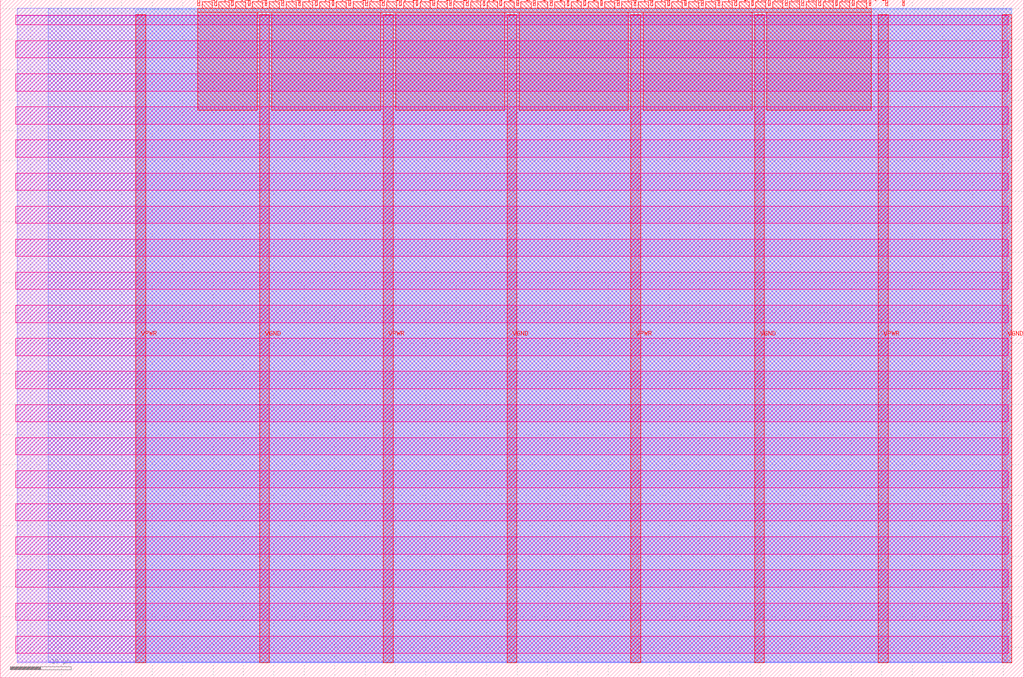
<source format=lef>
VERSION 5.7 ;
  NOWIREEXTENSIONATPIN ON ;
  DIVIDERCHAR "/" ;
  BUSBITCHARS "[]" ;
MACRO tt_um_Fiona_CMU_dup
  CLASS BLOCK ;
  FOREIGN tt_um_Fiona_CMU_dup ;
  ORIGIN 0.000 0.000 ;
  SIZE 168.360 BY 111.520 ;
  PIN VGND
    DIRECTION INOUT ;
    USE GROUND ;
    PORT
      LAYER met4 ;
        RECT 42.670 2.480 44.270 109.040 ;
    END
    PORT
      LAYER met4 ;
        RECT 83.380 2.480 84.980 109.040 ;
    END
    PORT
      LAYER met4 ;
        RECT 124.090 2.480 125.690 109.040 ;
    END
    PORT
      LAYER met4 ;
        RECT 164.800 2.480 166.400 109.040 ;
    END
  END VGND
  PIN VPWR
    DIRECTION INOUT ;
    USE POWER ;
    PORT
      LAYER met4 ;
        RECT 22.315 2.480 23.915 109.040 ;
    END
    PORT
      LAYER met4 ;
        RECT 63.025 2.480 64.625 109.040 ;
    END
    PORT
      LAYER met4 ;
        RECT 103.735 2.480 105.335 109.040 ;
    END
    PORT
      LAYER met4 ;
        RECT 144.445 2.480 146.045 109.040 ;
    END
  END VPWR
  PIN clk
    DIRECTION INPUT ;
    USE SIGNAL ;
    PORT
      LAYER met4 ;
        RECT 145.670 110.520 145.970 111.520 ;
    END
  END clk
  PIN ena
    DIRECTION INPUT ;
    USE SIGNAL ;
    PORT
      LAYER met4 ;
        RECT 148.430 110.520 148.730 111.520 ;
    END
  END ena
  PIN rst_n
    DIRECTION INPUT ;
    USE SIGNAL ;
    ANTENNAGATEAREA 0.196500 ;
    PORT
      LAYER met4 ;
        RECT 142.910 110.520 143.210 111.520 ;
    END
  END rst_n
  PIN ui_in[0]
    DIRECTION INPUT ;
    USE SIGNAL ;
    ANTENNAGATEAREA 0.196500 ;
    PORT
      LAYER met4 ;
        RECT 140.150 110.520 140.450 111.520 ;
    END
  END ui_in[0]
  PIN ui_in[1]
    DIRECTION INPUT ;
    USE SIGNAL ;
    ANTENNAGATEAREA 0.126000 ;
    PORT
      LAYER met4 ;
        RECT 137.390 110.520 137.690 111.520 ;
    END
  END ui_in[1]
  PIN ui_in[2]
    DIRECTION INPUT ;
    USE SIGNAL ;
    ANTENNAGATEAREA 0.213000 ;
    PORT
      LAYER met4 ;
        RECT 134.630 110.520 134.930 111.520 ;
    END
  END ui_in[2]
  PIN ui_in[3]
    DIRECTION INPUT ;
    USE SIGNAL ;
    ANTENNAGATEAREA 0.196500 ;
    PORT
      LAYER met4 ;
        RECT 131.870 110.520 132.170 111.520 ;
    END
  END ui_in[3]
  PIN ui_in[4]
    DIRECTION INPUT ;
    USE SIGNAL ;
    ANTENNAGATEAREA 0.196500 ;
    PORT
      LAYER met4 ;
        RECT 129.110 110.520 129.410 111.520 ;
    END
  END ui_in[4]
  PIN ui_in[5]
    DIRECTION INPUT ;
    USE SIGNAL ;
    ANTENNAGATEAREA 0.196500 ;
    PORT
      LAYER met4 ;
        RECT 126.350 110.520 126.650 111.520 ;
    END
  END ui_in[5]
  PIN ui_in[6]
    DIRECTION INPUT ;
    USE SIGNAL ;
    ANTENNAGATEAREA 0.196500 ;
    PORT
      LAYER met4 ;
        RECT 123.590 110.520 123.890 111.520 ;
    END
  END ui_in[6]
  PIN ui_in[7]
    DIRECTION INPUT ;
    USE SIGNAL ;
    ANTENNAGATEAREA 0.196500 ;
    PORT
      LAYER met4 ;
        RECT 120.830 110.520 121.130 111.520 ;
    END
  END ui_in[7]
  PIN uio_in[0]
    DIRECTION INPUT ;
    USE SIGNAL ;
    ANTENNAGATEAREA 0.196500 ;
    PORT
      LAYER met4 ;
        RECT 118.070 110.520 118.370 111.520 ;
    END
  END uio_in[0]
  PIN uio_in[1]
    DIRECTION INPUT ;
    USE SIGNAL ;
    ANTENNAGATEAREA 0.196500 ;
    PORT
      LAYER met4 ;
        RECT 115.310 110.520 115.610 111.520 ;
    END
  END uio_in[1]
  PIN uio_in[2]
    DIRECTION INPUT ;
    USE SIGNAL ;
    ANTENNAGATEAREA 0.159000 ;
    PORT
      LAYER met4 ;
        RECT 112.550 110.520 112.850 111.520 ;
    END
  END uio_in[2]
  PIN uio_in[3]
    DIRECTION INPUT ;
    USE SIGNAL ;
    PORT
      LAYER met4 ;
        RECT 109.790 110.520 110.090 111.520 ;
    END
  END uio_in[3]
  PIN uio_in[4]
    DIRECTION INPUT ;
    USE SIGNAL ;
    PORT
      LAYER met4 ;
        RECT 107.030 110.520 107.330 111.520 ;
    END
  END uio_in[4]
  PIN uio_in[5]
    DIRECTION INPUT ;
    USE SIGNAL ;
    PORT
      LAYER met4 ;
        RECT 104.270 110.520 104.570 111.520 ;
    END
  END uio_in[5]
  PIN uio_in[6]
    DIRECTION INPUT ;
    USE SIGNAL ;
    PORT
      LAYER met4 ;
        RECT 101.510 110.520 101.810 111.520 ;
    END
  END uio_in[6]
  PIN uio_in[7]
    DIRECTION INPUT ;
    USE SIGNAL ;
    PORT
      LAYER met4 ;
        RECT 98.750 110.520 99.050 111.520 ;
    END
  END uio_in[7]
  PIN uio_oe[0]
    DIRECTION OUTPUT TRISTATE ;
    USE SIGNAL ;
    PORT
      LAYER met4 ;
        RECT 51.830 110.520 52.130 111.520 ;
    END
  END uio_oe[0]
  PIN uio_oe[1]
    DIRECTION OUTPUT TRISTATE ;
    USE SIGNAL ;
    PORT
      LAYER met4 ;
        RECT 49.070 110.520 49.370 111.520 ;
    END
  END uio_oe[1]
  PIN uio_oe[2]
    DIRECTION OUTPUT TRISTATE ;
    USE SIGNAL ;
    PORT
      LAYER met4 ;
        RECT 46.310 110.520 46.610 111.520 ;
    END
  END uio_oe[2]
  PIN uio_oe[3]
    DIRECTION OUTPUT TRISTATE ;
    USE SIGNAL ;
    PORT
      LAYER met4 ;
        RECT 43.550 110.520 43.850 111.520 ;
    END
  END uio_oe[3]
  PIN uio_oe[4]
    DIRECTION OUTPUT TRISTATE ;
    USE SIGNAL ;
    PORT
      LAYER met4 ;
        RECT 40.790 110.520 41.090 111.520 ;
    END
  END uio_oe[4]
  PIN uio_oe[5]
    DIRECTION OUTPUT TRISTATE ;
    USE SIGNAL ;
    PORT
      LAYER met4 ;
        RECT 38.030 110.520 38.330 111.520 ;
    END
  END uio_oe[5]
  PIN uio_oe[6]
    DIRECTION OUTPUT TRISTATE ;
    USE SIGNAL ;
    PORT
      LAYER met4 ;
        RECT 35.270 110.520 35.570 111.520 ;
    END
  END uio_oe[6]
  PIN uio_oe[7]
    DIRECTION OUTPUT TRISTATE ;
    USE SIGNAL ;
    PORT
      LAYER met4 ;
        RECT 32.510 110.520 32.810 111.520 ;
    END
  END uio_oe[7]
  PIN uio_out[0]
    DIRECTION OUTPUT TRISTATE ;
    USE SIGNAL ;
    PORT
      LAYER met4 ;
        RECT 73.910 110.520 74.210 111.520 ;
    END
  END uio_out[0]
  PIN uio_out[1]
    DIRECTION OUTPUT TRISTATE ;
    USE SIGNAL ;
    PORT
      LAYER met4 ;
        RECT 71.150 110.520 71.450 111.520 ;
    END
  END uio_out[1]
  PIN uio_out[2]
    DIRECTION OUTPUT TRISTATE ;
    USE SIGNAL ;
    PORT
      LAYER met4 ;
        RECT 68.390 110.520 68.690 111.520 ;
    END
  END uio_out[2]
  PIN uio_out[3]
    DIRECTION OUTPUT TRISTATE ;
    USE SIGNAL ;
    PORT
      LAYER met4 ;
        RECT 65.630 110.520 65.930 111.520 ;
    END
  END uio_out[3]
  PIN uio_out[4]
    DIRECTION OUTPUT TRISTATE ;
    USE SIGNAL ;
    PORT
      LAYER met4 ;
        RECT 62.870 110.520 63.170 111.520 ;
    END
  END uio_out[4]
  PIN uio_out[5]
    DIRECTION OUTPUT TRISTATE ;
    USE SIGNAL ;
    PORT
      LAYER met4 ;
        RECT 60.110 110.520 60.410 111.520 ;
    END
  END uio_out[5]
  PIN uio_out[6]
    DIRECTION OUTPUT TRISTATE ;
    USE SIGNAL ;
    PORT
      LAYER met4 ;
        RECT 57.350 110.520 57.650 111.520 ;
    END
  END uio_out[6]
  PIN uio_out[7]
    DIRECTION OUTPUT TRISTATE ;
    USE SIGNAL ;
    PORT
      LAYER met4 ;
        RECT 54.590 110.520 54.890 111.520 ;
    END
  END uio_out[7]
  PIN uo_out[0]
    DIRECTION OUTPUT TRISTATE ;
    USE SIGNAL ;
    ANTENNADIFFAREA 0.795200 ;
    PORT
      LAYER met4 ;
        RECT 95.990 110.520 96.290 111.520 ;
    END
  END uo_out[0]
  PIN uo_out[1]
    DIRECTION OUTPUT TRISTATE ;
    USE SIGNAL ;
    ANTENNADIFFAREA 1.288000 ;
    PORT
      LAYER met4 ;
        RECT 93.230 110.520 93.530 111.520 ;
    END
  END uo_out[1]
  PIN uo_out[2]
    DIRECTION OUTPUT TRISTATE ;
    USE SIGNAL ;
    ANTENNADIFFAREA 1.288000 ;
    PORT
      LAYER met4 ;
        RECT 90.470 110.520 90.770 111.520 ;
    END
  END uo_out[2]
  PIN uo_out[3]
    DIRECTION OUTPUT TRISTATE ;
    USE SIGNAL ;
    ANTENNADIFFAREA 1.288000 ;
    PORT
      LAYER met4 ;
        RECT 87.710 110.520 88.010 111.520 ;
    END
  END uo_out[3]
  PIN uo_out[4]
    DIRECTION OUTPUT TRISTATE ;
    USE SIGNAL ;
    ANTENNADIFFAREA 1.288000 ;
    PORT
      LAYER met4 ;
        RECT 84.950 110.520 85.250 111.520 ;
    END
  END uo_out[4]
  PIN uo_out[5]
    DIRECTION OUTPUT TRISTATE ;
    USE SIGNAL ;
    ANTENNADIFFAREA 1.288000 ;
    PORT
      LAYER met4 ;
        RECT 82.190 110.520 82.490 111.520 ;
    END
  END uo_out[5]
  PIN uo_out[6]
    DIRECTION OUTPUT TRISTATE ;
    USE SIGNAL ;
    ANTENNADIFFAREA 1.288000 ;
    PORT
      LAYER met4 ;
        RECT 79.430 110.520 79.730 111.520 ;
    END
  END uo_out[6]
  PIN uo_out[7]
    DIRECTION OUTPUT TRISTATE ;
    USE SIGNAL ;
    ANTENNADIFFAREA 1.288000 ;
    PORT
      LAYER met4 ;
        RECT 76.670 110.520 76.970 111.520 ;
    END
  END uo_out[7]
  OBS
      LAYER nwell ;
        RECT 2.570 107.385 165.790 108.990 ;
        RECT 2.570 101.945 165.790 104.775 ;
        RECT 2.570 96.505 165.790 99.335 ;
        RECT 2.570 91.065 165.790 93.895 ;
        RECT 2.570 85.625 165.790 88.455 ;
        RECT 2.570 80.185 165.790 83.015 ;
        RECT 2.570 74.745 165.790 77.575 ;
        RECT 2.570 69.305 165.790 72.135 ;
        RECT 2.570 63.865 165.790 66.695 ;
        RECT 2.570 58.425 165.790 61.255 ;
        RECT 2.570 52.985 165.790 55.815 ;
        RECT 2.570 47.545 165.790 50.375 ;
        RECT 2.570 42.105 165.790 44.935 ;
        RECT 2.570 36.665 165.790 39.495 ;
        RECT 2.570 31.225 165.790 34.055 ;
        RECT 2.570 25.785 165.790 28.615 ;
        RECT 2.570 20.345 165.790 23.175 ;
        RECT 2.570 14.905 165.790 17.735 ;
        RECT 2.570 9.465 165.790 12.295 ;
        RECT 2.570 4.025 165.790 6.855 ;
      LAYER li1 ;
        RECT 2.760 2.635 165.600 108.885 ;
      LAYER met1 ;
        RECT 2.760 2.480 166.400 110.120 ;
      LAYER met2 ;
        RECT 7.920 2.535 166.370 110.150 ;
      LAYER met3 ;
        RECT 22.325 2.555 166.390 109.985 ;
      LAYER met4 ;
        RECT 33.210 110.120 34.870 111.170 ;
        RECT 35.970 110.120 37.630 111.170 ;
        RECT 38.730 110.120 40.390 111.170 ;
        RECT 41.490 110.120 43.150 111.170 ;
        RECT 44.250 110.120 45.910 111.170 ;
        RECT 47.010 110.120 48.670 111.170 ;
        RECT 49.770 110.120 51.430 111.170 ;
        RECT 52.530 110.120 54.190 111.170 ;
        RECT 55.290 110.120 56.950 111.170 ;
        RECT 58.050 110.120 59.710 111.170 ;
        RECT 60.810 110.120 62.470 111.170 ;
        RECT 63.570 110.120 65.230 111.170 ;
        RECT 66.330 110.120 67.990 111.170 ;
        RECT 69.090 110.120 70.750 111.170 ;
        RECT 71.850 110.120 73.510 111.170 ;
        RECT 74.610 110.120 76.270 111.170 ;
        RECT 77.370 110.120 79.030 111.170 ;
        RECT 80.130 110.120 81.790 111.170 ;
        RECT 82.890 110.120 84.550 111.170 ;
        RECT 85.650 110.120 87.310 111.170 ;
        RECT 88.410 110.120 90.070 111.170 ;
        RECT 91.170 110.120 92.830 111.170 ;
        RECT 93.930 110.120 95.590 111.170 ;
        RECT 96.690 110.120 98.350 111.170 ;
        RECT 99.450 110.120 101.110 111.170 ;
        RECT 102.210 110.120 103.870 111.170 ;
        RECT 104.970 110.120 106.630 111.170 ;
        RECT 107.730 110.120 109.390 111.170 ;
        RECT 110.490 110.120 112.150 111.170 ;
        RECT 113.250 110.120 114.910 111.170 ;
        RECT 116.010 110.120 117.670 111.170 ;
        RECT 118.770 110.120 120.430 111.170 ;
        RECT 121.530 110.120 123.190 111.170 ;
        RECT 124.290 110.120 125.950 111.170 ;
        RECT 127.050 110.120 128.710 111.170 ;
        RECT 129.810 110.120 131.470 111.170 ;
        RECT 132.570 110.120 134.230 111.170 ;
        RECT 135.330 110.120 136.990 111.170 ;
        RECT 138.090 110.120 139.750 111.170 ;
        RECT 140.850 110.120 142.510 111.170 ;
        RECT 32.495 109.440 143.225 110.120 ;
        RECT 32.495 93.335 42.270 109.440 ;
        RECT 44.670 93.335 62.625 109.440 ;
        RECT 65.025 93.335 82.980 109.440 ;
        RECT 85.380 93.335 103.335 109.440 ;
        RECT 105.735 93.335 123.690 109.440 ;
        RECT 126.090 93.335 143.225 109.440 ;
  END
END tt_um_Fiona_CMU_dup
END LIBRARY


</source>
